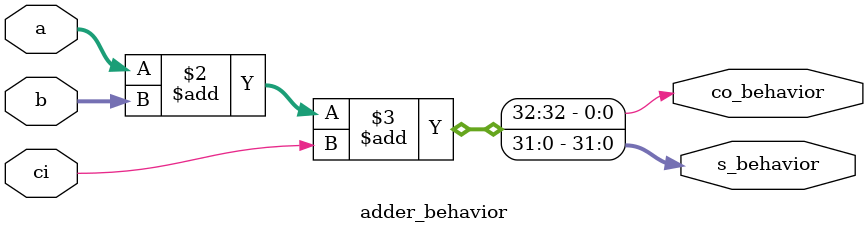
<source format=v>
module adder_behavior (s_behavior, co_behavior, a, b, ci);
parameter width = 32;
output [width-1:0] s_behavior;
output co_behavior;
input [width-1:0] a, b;
input ci;
reg [width-1:0] s_behavior;
reg co_behavior;

always @ (*)
begin
    {co_behavior, s_behavior[width-1:0]} = a + b + ci;
end

endmodule
</source>
